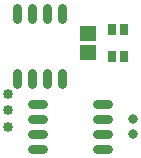
<source format=gts>
G04 Layer: TopSolderMaskLayer*
G04 EasyEDA v6.4.5, 2020-09-20T16:18:12--7:00*
G04 bc100e7cdeee4e5aa78747fa08b5d3d3,abbdd1fb948b472fab9dcc4573dbb586,10*
G04 Gerber Generator version 0.2*
G04 Scale: 100 percent, Rotated: No, Reflected: No *
G04 Dimensions in millimeters *
G04 leading zeros omitted , absolute positions ,3 integer and 3 decimal *
%FSLAX33Y33*%
%MOMM*%
G90*
G71D02*

%ADD18C,0.803199*%
%ADD19C,0.853211*%

%LPD*%
G54D18*
G01X2896Y4953D02*
G01X3816Y4953D01*
G01X8375Y2413D02*
G01X9295Y2413D01*
G01X8375Y1143D02*
G01X9295Y1143D01*
G01X8375Y3683D02*
G01X9295Y3683D01*
G01X8375Y4953D02*
G01X9295Y4953D01*
G01X2896Y1143D02*
G01X3816Y1143D01*
G01X2896Y3683D02*
G01X3816Y3683D01*
G01X2896Y2413D02*
G01X3816Y2413D01*
G01X2921Y13105D02*
G01X2921Y12185D01*
G01X1651Y7626D02*
G01X1651Y6706D01*
G01X2921Y7626D02*
G01X2921Y6706D01*
G01X4191Y7626D02*
G01X4191Y6706D01*
G01X4191Y13105D02*
G01X4191Y12185D01*
G01X5461Y13105D02*
G01X5461Y12185D01*
G01X5461Y7626D02*
G01X5461Y6706D01*
G01X1651Y13105D02*
G01X1651Y12185D01*
G54D19*
G01X889Y4445D03*
G01X889Y5842D03*
G54D18*
G01X11430Y2413D03*
G54D19*
G01X889Y3048D03*
G54D18*
G01X11430Y3683D03*
G36*
G01X6967Y10358D02*
G01X6967Y11562D01*
G01X8272Y11562D01*
G01X8272Y10358D01*
G01X6967Y10358D01*
G37*
G36*
G01X6967Y8757D02*
G01X6967Y9961D01*
G01X8272Y9961D01*
G01X8272Y8757D01*
G01X6967Y8757D01*
G37*
G36*
G01X10307Y10800D02*
G01X10307Y11803D01*
G01X11010Y11803D01*
G01X11010Y10800D01*
G01X10307Y10800D01*
G37*
G36*
G01X9309Y10800D02*
G01X9309Y11803D01*
G01X10012Y11803D01*
G01X10012Y10800D01*
G01X9309Y10800D01*
G37*
G36*
G01X10307Y8514D02*
G01X10307Y9517D01*
G01X11010Y9517D01*
G01X11010Y8514D01*
G01X10307Y8514D01*
G37*
G36*
G01X9309Y8514D02*
G01X9309Y9517D01*
G01X10012Y9517D01*
G01X10012Y8514D01*
G01X9309Y8514D01*
G37*
M00*
M02*

</source>
